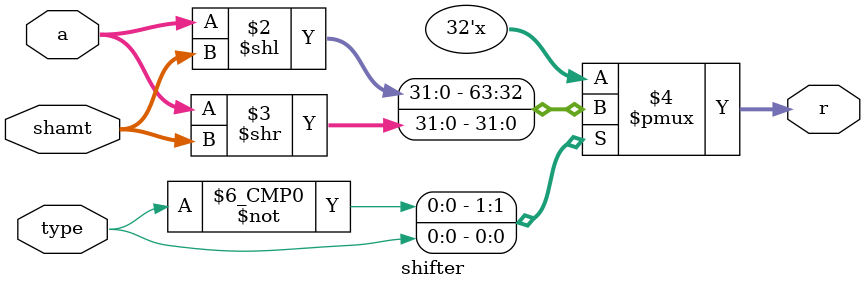
<source format=v>
`timescale 1ns / 1ps
module shifter(
input [31:0] a,
input [4:0] shamt,
input type,
output reg [31:0] r
    );
    
    always @(*)
    case(type)
    1'b0: r = (a<<shamt); //SL
    1'b1: r = (a>>shamt); //SR
    endcase
endmodule

</source>
